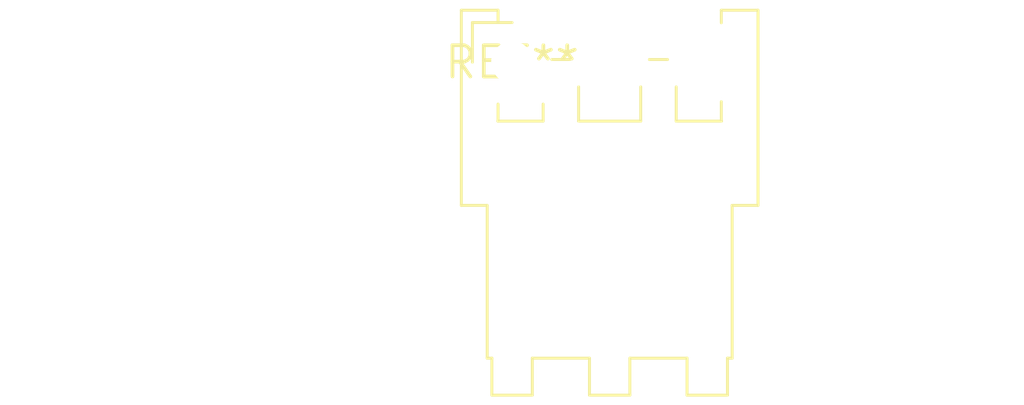
<source format=kicad_pcb>
(kicad_pcb (version 20240108) (generator pcbnew)
  (layers (0 "F.Cu" signal) (31 "B.Cu" signal) (34 "B.Paste" user) (35 "F.Paste" user) (36 "B.SilkS" user "B.Silkscreen") (37 "F.SilkS" user "F.Silkscreen") (38 "B.Mask" user) (39 "F.Mask" user) (44 "Edge.Cuts" user))
  (net 0 "")
  (footprint "JST_VH_S3P-VH_1x03_P3.96mm_Horizontal" (layer "F.Cu") (at 0 0)
    (property "Reference" "REF**")
    (property "Value" "JST_VH_S3P-VH_1x03_P3.96mm_Horizontal")
    (fp_line (start -2.06 -2.11) (end -0.57 -2.11) (layer "F.SilkS") (stroke (width 0.12)))
    (fp_line (start -2.06 5.81) (end -2.06 -2.11) (layer "F.SilkS") (stroke (width 0.12)))
    (fp_line (start -1.61 -1.61) (end -1.61 0) (layer "F.SilkS") (stroke (width 0.12)))
    (fp_line (start -1.01 5.81) (end -2.06 5.81) (layer "F.SilkS") (stroke (width 0.12)))
    (fp_line (start -1.01 5.81) (end -1.01 12.01) (layer "F.SilkS") (stroke (width 0.12)))
    (fp_line (start -1.01 12.01) (end -0.82 12.01) (layer "F.SilkS") (stroke (width 0.12)))
    (fp_line (start -0.82 12.01) (end -0.82 13.51) (layer "F.SilkS") (stroke (width 0.12)))
    (fp_line (start -0.82 13.51) (end 0.82 13.51) (layer "F.SilkS") (stroke (width 0.12)))
    (fp_line (start -0.58 2.39) (end 1.26 2.39) (layer "F.SilkS") (stroke (width 0.12)))
    (fp_line (start -0.57 -2.11) (end -0.57 -1.61) (layer "F.SilkS") (stroke (width 0.12)))
    (fp_line (start -0.57 1.7) (end -0.57 2.39) (layer "F.SilkS") (stroke (width 0.12)))
    (fp_line (start 0 -1.61) (end -1.61 -1.61) (layer "F.SilkS") (stroke (width 0.12)))
    (fp_line (start 0.82 12.01) (end 3.14 12.01) (layer "F.SilkS") (stroke (width 0.12)))
    (fp_line (start 0.82 13.51) (end 0.82 12.01) (layer "F.SilkS") (stroke (width 0.12)))
    (fp_line (start 1.26 2.39) (end 1.26 1.7) (layer "F.SilkS") (stroke (width 0.12)))
    (fp_line (start 1.61 -0.11) (end 2.35 -0.11) (layer "F.SilkS") (stroke (width 0.12)))
    (fp_line (start 2.7 1) (end 2.7 2.39) (layer "F.SilkS") (stroke (width 0.12)))
    (fp_line (start 2.7 2.39) (end 5.22 2.39) (layer "F.SilkS") (stroke (width 0.12)))
    (fp_line (start 3.14 12.01) (end 3.14 13.51) (layer "F.SilkS") (stroke (width 0.12)))
    (fp_line (start 3.14 13.51) (end 4.78 13.51) (layer "F.SilkS") (stroke (width 0.12)))
    (fp_line (start 4.78 12.01) (end 7.1 12.01) (layer "F.SilkS") (stroke (width 0.12)))
    (fp_line (start 4.78 13.51) (end 4.78 12.01) (layer "F.SilkS") (stroke (width 0.12)))
    (fp_line (start 5.22 2.39) (end 5.22 1) (layer "F.SilkS") (stroke (width 0.12)))
    (fp_line (start 5.57 -0.11) (end 6.31 -0.11) (layer "F.SilkS") (stroke (width 0.12)))
    (fp_line (start 6.66 1) (end 6.66 2.39) (layer "F.SilkS") (stroke (width 0.12)))
    (fp_line (start 6.66 2.39) (end 8.5 2.39) (layer "F.SilkS") (stroke (width 0.12)))
    (fp_line (start 7.1 12.01) (end 7.1 13.51) (layer "F.SilkS") (stroke (width 0.12)))
    (fp_line (start 7.1 13.51) (end 8.74 13.51) (layer "F.SilkS") (stroke (width 0.12)))
    (fp_line (start 8.49 -2.11) (end 9.98 -2.11) (layer "F.SilkS") (stroke (width 0.12)))
    (fp_line (start 8.49 -1.6) (end 8.49 -2.11) (layer "F.SilkS") (stroke (width 0.12)))
    (fp_line (start 8.49 2.39) (end 8.49 1.6) (layer "F.SilkS") (stroke (width 0.12)))
    (fp_line (start 8.74 12.01) (end 8.93 12.01) (layer "F.SilkS") (stroke (width 0.12)))
    (fp_line (start 8.74 13.51) (end 8.74 12.01) (layer "F.SilkS") (stroke (width 0.12)))
    (fp_line (start 8.93 12.01) (end 8.93 5.81) (layer "F.SilkS") (stroke (width 0.12)))
    (fp_line (start 9.98 -2.11) (end 9.98 5.81) (layer "F.SilkS") (stroke (width 0.12)))
    (fp_line (start 9.98 5.81) (end 8.93 5.81) (layer "F.SilkS") (stroke (width 0.12)))
    (pad "1" thru_hole roundrect (at 0 0) (size 2.7 2.7) (drill 1.7) (layers *.Cu *.Mask) (remove_unused_layers) (roundrect_rratio 0.092593))
    (pad "2" thru_hole circle (at 3.96 0) (size 2.7 2.7) (drill 1.7) (layers *.Cu *.Mask) (remove_unused_layers))
    (pad "3" thru_hole circle (at 7.92 0) (size 2.7 2.7) (drill 1.7) (layers *.Cu *.Mask) (remove_unused_layers))
  )
)
</source>
